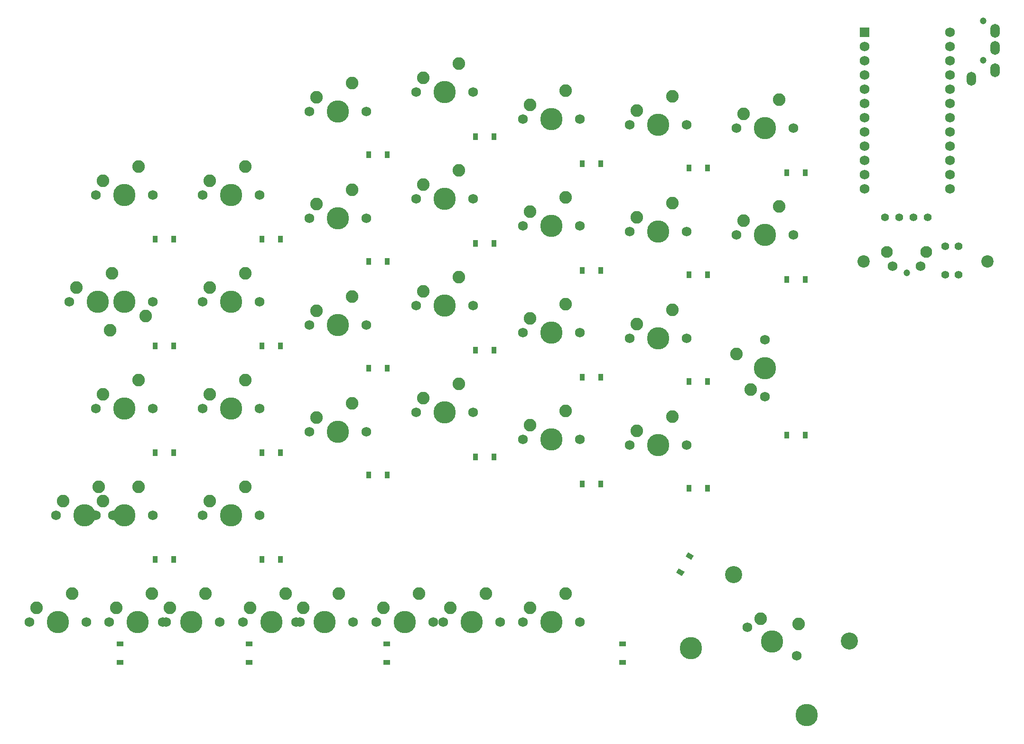
<source format=gbs>
G04 #@! TF.GenerationSoftware,KiCad,Pcbnew,5.1.10*
G04 #@! TF.CreationDate,2021-08-07T14:45:58-04:00*
G04 #@! TF.ProjectId,v05_left,7630355f-6c65-4667-942e-6b696361645f,rev?*
G04 #@! TF.SameCoordinates,Original*
G04 #@! TF.FileFunction,Soldermask,Bot*
G04 #@! TF.FilePolarity,Negative*
%FSLAX46Y46*%
G04 Gerber Fmt 4.6, Leading zero omitted, Abs format (unit mm)*
G04 Created by KiCad (PCBNEW 5.1.10) date 2021-08-07 14:45:58*
%MOMM*%
%LPD*%
G01*
G04 APERTURE LIST*
%ADD10C,2.250000*%
%ADD11C,3.987800*%
%ADD12C,1.750000*%
%ADD13C,3.048000*%
%ADD14R,0.900000X1.200000*%
%ADD15R,1.752600X1.752600*%
%ADD16C,1.752600*%
%ADD17O,1.700000X2.500000*%
%ADD18C,1.200000*%
%ADD19C,2.200000*%
%ADD20C,2.100000*%
%ADD21C,0.100000*%
%ADD22R,1.200000X0.900000*%
%ADD23C,1.397000*%
G04 APERTURE END LIST*
D10*
X-87153750Y-110013750D03*
D11*
X-89693750Y-115093750D03*
D10*
X-93503750Y-112553750D03*
D12*
X-94773750Y-115093750D03*
X-84613750Y-115093750D03*
D10*
X-113347500Y-110013750D03*
D11*
X-115887500Y-115093750D03*
D10*
X-119697500Y-112553750D03*
D12*
X-120967500Y-115093750D03*
X-110807500Y-115093750D03*
D10*
X-137160000Y-110013750D03*
D11*
X-139700000Y-115093750D03*
D10*
X-143510000Y-112553750D03*
D12*
X-144780000Y-115093750D03*
X-134620000Y-115093750D03*
D10*
X-160972500Y-110013750D03*
D11*
X-163512500Y-115093750D03*
D10*
X-167322500Y-112553750D03*
D12*
X-168592500Y-115093750D03*
X-158432500Y-115093750D03*
D10*
X-156210000Y-90963750D03*
D11*
X-158750000Y-96043750D03*
D10*
X-162560000Y-93503750D03*
D12*
X-163830000Y-96043750D03*
X-153670000Y-96043750D03*
D10*
X-153828750Y-52863750D03*
D11*
X-156368750Y-57943750D03*
D10*
X-160178750Y-55403750D03*
D12*
X-161448750Y-57943750D03*
X-151288750Y-57943750D03*
D10*
X-31328295Y-115488591D03*
D11*
X-36068000Y-118618000D03*
D10*
X-38097557Y-114513295D03*
D12*
X-40467409Y-116078000D03*
X-31668591Y-121158000D03*
D13*
X-42886615Y-106615688D03*
X-22264385Y-118521938D03*
D11*
X-50506615Y-119813915D03*
X-29884385Y-131720165D03*
D10*
X-72866250Y-110013750D03*
D11*
X-75406250Y-115093750D03*
D10*
X-79216250Y-112553750D03*
D12*
X-80486250Y-115093750D03*
X-70326250Y-115093750D03*
D10*
X-34766250Y-40957500D03*
D11*
X-37306250Y-46037500D03*
D10*
X-41116250Y-43497500D03*
D12*
X-42386250Y-46037500D03*
X-32226250Y-46037500D03*
D14*
X-33400000Y-53975000D03*
X-30100000Y-53975000D03*
D15*
X-19526250Y-9842500D03*
D16*
X-19526250Y-12382500D03*
X-19526250Y-14922500D03*
X-19526250Y-17462500D03*
X-19526250Y-20002500D03*
X-19526250Y-22542500D03*
X-19526250Y-25082500D03*
X-19526250Y-27622500D03*
X-19526250Y-30162500D03*
X-19526250Y-32702500D03*
X-19526250Y-35242500D03*
X-4286250Y-37782500D03*
X-4286250Y-35242500D03*
X-4286250Y-32702500D03*
X-4286250Y-30162500D03*
X-4286250Y-27622500D03*
X-4286250Y-25082500D03*
X-4286250Y-22542500D03*
X-4286250Y-20002500D03*
X-4286250Y-17462500D03*
X-4286250Y-14922500D03*
X-4286250Y-12382500D03*
X-19526250Y-37782500D03*
X-4286250Y-9842500D03*
D17*
X-512500Y-18150000D03*
X3687500Y-16650000D03*
X3687500Y-12650000D03*
X3687500Y-9650000D03*
D18*
X1587500Y-14850000D03*
X1587500Y-7850000D03*
D19*
X-19750000Y-50750000D03*
X2381250Y-50800000D03*
D18*
X-12025000Y-52803750D03*
D20*
X-8525000Y-49103750D03*
D12*
X-9525000Y-51593750D03*
X-14525000Y-51593750D03*
D20*
X-15535000Y-49103750D03*
D21*
G36*
X-50474135Y-104035769D02*
G01*
X-51513365Y-103435769D01*
X-51063365Y-102656347D01*
X-50024135Y-103256347D01*
X-50474135Y-104035769D01*
G37*
G36*
X-52124135Y-106893653D02*
G01*
X-53163365Y-106293653D01*
X-52713365Y-105514231D01*
X-51674135Y-106114231D01*
X-52124135Y-106893653D01*
G37*
D22*
X-62706250Y-119000000D03*
X-62706250Y-122300000D03*
X-104775000Y-119000000D03*
X-104775000Y-122300000D03*
X-129381250Y-119000000D03*
X-129381250Y-122300000D03*
X-152400000Y-119000000D03*
X-152400000Y-122300000D03*
D14*
X-50862500Y-91281250D03*
X-47562500Y-91281250D03*
X-69912500Y-90487500D03*
X-66612500Y-90487500D03*
X-88962500Y-85650000D03*
X-85662500Y-85650000D03*
X-108012500Y-88900000D03*
X-104712500Y-88900000D03*
X-127062500Y-103981250D03*
X-123762500Y-103981250D03*
X-146112500Y-103981250D03*
X-142812500Y-103981250D03*
X-33400000Y-81756250D03*
X-30100000Y-81756250D03*
X-50862500Y-72231250D03*
X-47562500Y-72231250D03*
X-69912500Y-71437500D03*
X-66612500Y-71437500D03*
X-88962500Y-66600000D03*
X-85662500Y-66600000D03*
X-108012500Y-69850000D03*
X-104712500Y-69850000D03*
X-127062500Y-84931250D03*
X-123762500Y-84931250D03*
X-146112500Y-84931250D03*
X-142812500Y-84931250D03*
X-50862500Y-53181250D03*
X-47562500Y-53181250D03*
X-69912500Y-52387500D03*
X-66612500Y-52387500D03*
X-88962500Y-47550000D03*
X-85662500Y-47550000D03*
X-108012500Y-50800000D03*
X-104712500Y-50800000D03*
X-127062500Y-65881250D03*
X-123762500Y-65881250D03*
X-146112500Y-65881250D03*
X-142812500Y-65881250D03*
X-33400000Y-34925000D03*
X-30100000Y-34925000D03*
X-50862500Y-34131250D03*
X-47562500Y-34131250D03*
X-69912500Y-33337500D03*
X-66612500Y-33337500D03*
X-88962500Y-28500000D03*
X-85662500Y-28500000D03*
X-108012500Y-31750000D03*
X-104712500Y-31750000D03*
X-127062500Y-46831250D03*
X-123762500Y-46831250D03*
X-146112500Y-46831250D03*
X-142812500Y-46831250D03*
D10*
X-122872500Y-110013750D03*
D11*
X-125412500Y-115093750D03*
D10*
X-129222500Y-112553750D03*
D12*
X-130492500Y-115093750D03*
X-120332500Y-115093750D03*
D10*
X-110966250Y-18923000D03*
D11*
X-113506250Y-24003000D03*
D10*
X-117316250Y-21463000D03*
D12*
X-118586250Y-24003000D03*
X-108426250Y-24003000D03*
D10*
X-42386250Y-67310000D03*
D11*
X-37306250Y-69850000D03*
D10*
X-39846250Y-73660000D03*
D12*
X-37306250Y-74930000D03*
X-37306250Y-64770000D03*
D10*
X-53816250Y-40386000D03*
D11*
X-56356250Y-45466000D03*
D10*
X-60166250Y-42926000D03*
D12*
X-61436250Y-45466000D03*
X-51276250Y-45466000D03*
D10*
X-110966250Y-37973000D03*
D11*
X-113506250Y-43053000D03*
D10*
X-117316250Y-40513000D03*
D12*
X-118586250Y-43053000D03*
X-108426250Y-43053000D03*
D10*
X-53816250Y-21336000D03*
D11*
X-56356250Y-26416000D03*
D10*
X-60166250Y-23876000D03*
D12*
X-61436250Y-26416000D03*
X-51276250Y-26416000D03*
D23*
X-2757500Y-48086250D03*
X-2757500Y-53166250D03*
X-5138750Y-53166250D03*
X-5138750Y-48086250D03*
X-8255000Y-42862500D03*
X-10795000Y-42862500D03*
X-13335000Y-42862500D03*
X-15875000Y-42862500D03*
D10*
X-99060000Y-110013750D03*
D11*
X-101600000Y-115093750D03*
D10*
X-105410000Y-112553750D03*
D12*
X-106680000Y-115093750D03*
X-96520000Y-115093750D03*
D10*
X-146685000Y-110013750D03*
D11*
X-149225000Y-115093750D03*
D10*
X-153035000Y-112553750D03*
D12*
X-154305000Y-115093750D03*
X-144145000Y-115093750D03*
D10*
X-53816250Y-78486000D03*
D11*
X-56356250Y-83566000D03*
D10*
X-60166250Y-81026000D03*
D12*
X-61436250Y-83566000D03*
X-51276250Y-83566000D03*
D10*
X-72866250Y-77470000D03*
D11*
X-75406250Y-82550000D03*
D10*
X-79216250Y-80010000D03*
D12*
X-80486250Y-82550000D03*
X-70326250Y-82550000D03*
D10*
X-91916250Y-72600750D03*
D11*
X-94456250Y-77680750D03*
D10*
X-98266250Y-75140750D03*
D12*
X-99536250Y-77680750D03*
X-89376250Y-77680750D03*
D10*
X-110966250Y-76073000D03*
D11*
X-113506250Y-81153000D03*
D10*
X-117316250Y-78613000D03*
D12*
X-118586250Y-81153000D03*
X-108426250Y-81153000D03*
D10*
X-130016250Y-90963750D03*
D11*
X-132556250Y-96043750D03*
D10*
X-136366250Y-93503750D03*
D12*
X-137636250Y-96043750D03*
X-127476250Y-96043750D03*
D10*
X-149066250Y-90963750D03*
D11*
X-151606250Y-96043750D03*
D10*
X-155416250Y-93503750D03*
D12*
X-156686250Y-96043750D03*
X-146526250Y-96043750D03*
D10*
X-53816250Y-59436000D03*
D11*
X-56356250Y-64516000D03*
D10*
X-60166250Y-61976000D03*
D12*
X-61436250Y-64516000D03*
X-51276250Y-64516000D03*
D10*
X-72866250Y-58420000D03*
D11*
X-75406250Y-63500000D03*
D10*
X-79216250Y-60960000D03*
D12*
X-80486250Y-63500000D03*
X-70326250Y-63500000D03*
D10*
X-91916250Y-53550750D03*
D11*
X-94456250Y-58630750D03*
D10*
X-98266250Y-56090750D03*
D12*
X-99536250Y-58630750D03*
X-89376250Y-58630750D03*
D10*
X-110966250Y-57023000D03*
D11*
X-113506250Y-62103000D03*
D10*
X-117316250Y-59563000D03*
D12*
X-118586250Y-62103000D03*
X-108426250Y-62103000D03*
D10*
X-130016250Y-71913750D03*
D11*
X-132556250Y-76993750D03*
D10*
X-136366250Y-74453750D03*
D12*
X-137636250Y-76993750D03*
X-127476250Y-76993750D03*
D10*
X-149066250Y-71913750D03*
D11*
X-151606250Y-76993750D03*
D10*
X-155416250Y-74453750D03*
D12*
X-156686250Y-76993750D03*
X-146526250Y-76993750D03*
D10*
X-72866250Y-39370000D03*
D11*
X-75406250Y-44450000D03*
D10*
X-79216250Y-41910000D03*
D12*
X-80486250Y-44450000D03*
X-70326250Y-44450000D03*
D10*
X-91916250Y-34500750D03*
D11*
X-94456250Y-39580750D03*
D10*
X-98266250Y-37040750D03*
D12*
X-99536250Y-39580750D03*
X-89376250Y-39580750D03*
D10*
X-130016250Y-52863750D03*
D11*
X-132556250Y-57943750D03*
D10*
X-136366250Y-55403750D03*
D12*
X-137636250Y-57943750D03*
X-127476250Y-57943750D03*
D10*
X-154146250Y-63023750D03*
D11*
X-151606250Y-57943750D03*
D10*
X-147796250Y-60483750D03*
D12*
X-146526250Y-57943750D03*
X-156686250Y-57943750D03*
D10*
X-34766250Y-21907500D03*
D11*
X-37306250Y-26987500D03*
D10*
X-41116250Y-24447500D03*
D12*
X-42386250Y-26987500D03*
X-32226250Y-26987500D03*
D10*
X-72866250Y-20320000D03*
D11*
X-75406250Y-25400000D03*
D10*
X-79216250Y-22860000D03*
D12*
X-80486250Y-25400000D03*
X-70326250Y-25400000D03*
D10*
X-91916250Y-15450750D03*
D11*
X-94456250Y-20530750D03*
D10*
X-98266250Y-17990750D03*
D12*
X-99536250Y-20530750D03*
X-89376250Y-20530750D03*
D10*
X-130016250Y-33813750D03*
D11*
X-132556250Y-38893750D03*
D10*
X-136366250Y-36353750D03*
D12*
X-137636250Y-38893750D03*
X-127476250Y-38893750D03*
D10*
X-149066250Y-33813750D03*
D11*
X-151606250Y-38893750D03*
D10*
X-155416250Y-36353750D03*
D12*
X-156686250Y-38893750D03*
X-146526250Y-38893750D03*
M02*

</source>
